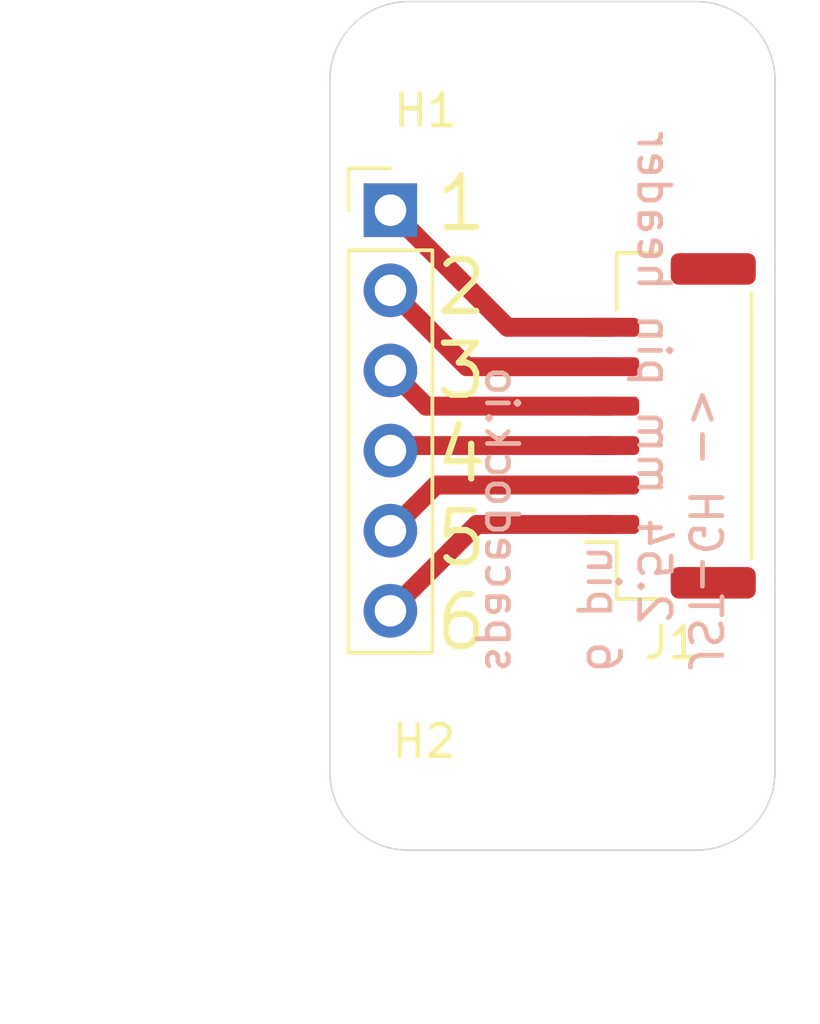
<source format=kicad_pcb>
(kicad_pcb (version 20240108) (generator "pcbnew") (generator_version "8.0")
  (layers (0 "F.Cu" signal) (31 "B.Cu" signal) (34 "B.Paste" user) (35 "F.Paste" user) (36 "B.SilkS" user "B.Silkscreen") (37 "F.SilkS" user "F.Silkscreen") (38 "B.Mask" user) (39 "F.Mask" user) (44 "Edge.Cuts" user))
  (net 0 "")
  (net 1 "Net-(J1-Pin_5)")
  (net 2 "Net-(J1-Pin_1)")
  (net 3 "Net-(J1-Pin_2)")
  (net 4 "Net-(J1-Pin_4)")
  (net 5 "Net-(J1-Pin_6)")
  (net 6 "Net-(J1-Pin_3)")
  (footprint "Connector_PinHeader_2.54mm:PinHeader_1x06_P2.54mm_Vertical" (layer "F.Cu") (at 53.8226 40.259)
    (property "Reference" "J2" (hide yes))
    (property "Value" "Conn_01x06")
    (fp_line (start -1.33 -1.33) (end 0 -1.33) (stroke (width 0.12)) (layer "F.SilkS"))
    (fp_line (start -1.33 0) (end -1.33 -1.33) (stroke (width 0.12)) (layer "F.SilkS"))
    (fp_line (start -1.33 1.27) (end -1.33 14.03) (stroke (width 0.12)) (layer "F.SilkS"))
    (fp_line (start -1.33 1.27) (end 1.33 1.27) (stroke (width 0.12)) (layer "F.SilkS"))
    (fp_line (start -1.33 14.03) (end 1.33 14.03) (stroke (width 0.12)) (layer "F.SilkS"))
    (fp_line (start 1.33 1.27) (end 1.33 14.03) (stroke (width 0.12)) (layer "F.SilkS"))
    (pad "1" thru_hole rect (at 0 0) (size 1.7 1.7) (drill 1) (layers "*.Cu" "*.Mask") (net 5 "Net-(J1-Pin_6)"))
    (pad "2" thru_hole oval (at 0 2.54) (size 1.7 1.7) (drill 1) (layers "*.Cu" "*.Mask") (net 1 "Net-(J1-Pin_5)"))
    (pad "3" thru_hole oval (at 0 5.08) (size 1.7 1.7) (drill 1) (layers "*.Cu" "*.Mask") (net 4 "Net-(J1-Pin_4)"))
    (pad "4" thru_hole oval (at 0 7.62) (size 1.7 1.7) (drill 1) (layers "*.Cu" "*.Mask") (net 6 "Net-(J1-Pin_3)"))
    (pad "5" thru_hole oval (at 0 10.16) (size 1.7 1.7) (drill 1) (layers "*.Cu" "*.Mask") (net 3 "Net-(J1-Pin_2)"))
    (pad "6" thru_hole oval (at 0 12.7) (size 1.7 1.7) (drill 1) (layers "*.Cu" "*.Mask") (net 2 "Net-(J1-Pin_1)"))
  )
  (footprint "MountingHole:MountingHole_3.2mm_M3" (layer "F.Cu") (at 59.3598 57.096)
    (property "Reference" "H2" (at -4.4704 0 0) (layer "F.SilkS"))
    (property "Value" "MountingHole")
    (pad "" np_thru_hole circle (at 0 0) (size 3.2 3.2) (drill 3.2) (layers "*.Cu" "*.Mask"))
  )
  (footprint "Connector_JST:JST_GH_SM06B-GHS-TB_1x06-1MP_P1.25mm_Horizontal" (layer "F.Cu") (at 62.7118 47.096 90)
    (property "Reference" "J1" (at -6.879 0.0262 0) (layer "F.SilkS"))
    (property "Value" "Conn_01x06")
    (fp_line (start 5.485 -1.71) (end 3.685 -1.71) (stroke (width 0.12)) (layer "F.SilkS"))
    (fp_line (start -3.685 -1.71) (end -3.685 -2.7) (stroke (width 0.12)) (layer "F.SilkS"))
    (fp_line (start -5.485 -1.71) (end -3.685 -1.71) (stroke (width 0.12)) (layer "F.SilkS"))
    (fp_line (start 5.485 -0.26) (end 5.485 -1.71) (stroke (width 0.12)) (layer "F.SilkS"))
    (fp_line (start -5.485 -0.26) (end -5.485 -1.71) (stroke (width 0.12)) (layer "F.SilkS"))
    (fp_line (start -4.215 2.56) (end 4.215 2.56) (stroke (width 0.12)) (layer "F.SilkS"))
    (pad "1" smd roundrect (at -3.125 -1.85 90) (size 0.6 1.7) (layers "F.Cu" "F.Paste" "F.Mask") (net 2 "Net-(J1-Pin_1)"))
    (pad "2" smd roundrect (at -1.875 -1.85 90) (size 0.6 1.7) (layers "F.Cu" "F.Paste" "F.Mask") (net 3 "Net-(J1-Pin_2)"))
    (pad "3" smd roundrect (at -0.625 -1.85 90) (size 0.6 1.7) (layers "F.Cu" "F.Paste" "F.Mask") (net 6 "Net-(J1-Pin_3)"))
    (pad "4" smd roundrect (at 0.625 -1.85 90) (size 0.6 1.7) (layers "F.Cu" "F.Paste" "F.Mask") (net 4 "Net-(J1-Pin_4)"))
    (pad "5" smd roundrect (at 1.875 -1.85 90) (size 0.6 1.7) (layers "F.Cu" "F.Paste" "F.Mask") (net 1 "Net-(J1-Pin_5)"))
    (pad "6" smd roundrect (at 3.125 -1.85 90) (size 0.6 1.7) (layers "F.Cu" "F.Paste" "F.Mask") (net 5 "Net-(J1-Pin_6)"))
    (pad "MP" smd roundrect (at -4.975 1.35 90) (size 1 2.7) (layers "F.Cu" "F.Paste" "F.Mask"))
    (pad "MP" smd roundrect (at 4.975 1.35 90) (size 1 2.7) (layers "F.Cu" "F.Paste" "F.Mask"))
  )
  (footprint "MountingHole:MountingHole_3.2mm_M3" (layer "F.Cu") (at 59.3598 37.096)
    (property "Reference" "H1" (at -4.4196 0.0054 0) (layer "F.SilkS"))
    (property "Value" "MountingHole")
    (pad "" np_thru_hole circle (at 0 0) (size 3.2 3.2) (drill 3.2) (layers "*.Cu" "*.Mask"))
  )
  (gr_arc (start 66.0218 58.046) (mid 65.289567 59.813767) (end 63.5218 60.546) (stroke (width 0.05)) (layer "Edge.Cuts"))
  (gr_arc (start 63.5218 33.646) (mid 65.289567 34.378233) (end 66.0218 36.146) (stroke (width 0.05)) (layer "Edge.Cuts"))
  (gr_arc (start 51.8994 36.146) (mid 52.631633 34.378233) (end 54.3994 33.646) (stroke (width 0.05)) (layer "Edge.Cuts"))
  (gr_line (start 54.3994 33.646) (end 63.5218 33.646) (stroke (width 0.05)) (layer "Edge.Cuts"))
  (gr_line (start 51.8994 58.046) (end 51.8994 36.146) (stroke (width 0.05)) (layer "Edge.Cuts"))
  (gr_arc (start 54.3994 60.546) (mid 52.631633 59.813767) (end 51.8994 58.046) (stroke (width 0.05)) (layer "Edge.Cuts"))
  (gr_line (start 63.5218 60.546) (end 54.3994 60.546) (stroke (width 0.05)) (layer "Edge.Cuts"))
  (gr_line (start 66.0218 36.146) (end 66.0218 58.046) (stroke (width 0.05)) (layer "Edge.Cuts"))
  (gr_text "JST-GH ->\n  2.54 mm pin header\n6 pin\n\nspacedock.io" (at 56.769 54.991 270) (layer "B.SilkS") (effects (font (size 1 1)) (justify left bottom mirror)))
  (gr_text "1\n2\n3\n4\n5\n6" (at 55.1526 54.289 0) (layer "F.SilkS") (effects (font (size 1.65 1.65) (thickness 0.2)) (justify left bottom)))
  (segment (start 56.2446 45.221) (end 53.8226 42.799) (width 0.6) (layer "F.Cu") (net 1))
  (segment (start 60.8618 45.221) (end 56.2446 45.221) (width 0.6) (layer "F.Cu") (net 1))
  (segment (start 60.8618 50.221) (end 56.5606 50.221) (width 0.6) (layer "F.Cu") (net 2))
  (segment (start 56.5606 50.221) (end 53.8226 52.959) (width 0.6) (layer "F.Cu") (net 2))
  (segment (start 60.8618 48.971) (end 55.2706 48.971) (width 0.6) (layer "F.Cu") (net 3))
  (segment (start 55.2706 48.971) (end 53.8226 50.419) (width 0.6) (layer "F.Cu") (net 3))
  (segment (start 54.9546 46.471) (end 53.8226 45.339) (width 0.6) (layer "F.Cu") (net 4))
  (segment (start 60.8618 46.471) (end 54.9546 46.471) (width 0.6) (layer "F.Cu") (net 4))
  (segment (start 57.5346 43.971) (end 53.8226 40.259) (width 0.6) (layer "F.Cu") (net 5))
  (segment (start 60.8618 43.971) (end 57.5346 43.971) (width 0.6) (layer "F.Cu") (net 5))
  (segment (start 60.8618 47.721) (end 53.9806 47.721) (width 0.6) (layer "F.Cu") (net 6))
  (segment (start 53.9806 47.721) (end 53.8226 47.879) (width 0.6) (layer "F.Cu") (net 6))
)
</source>
